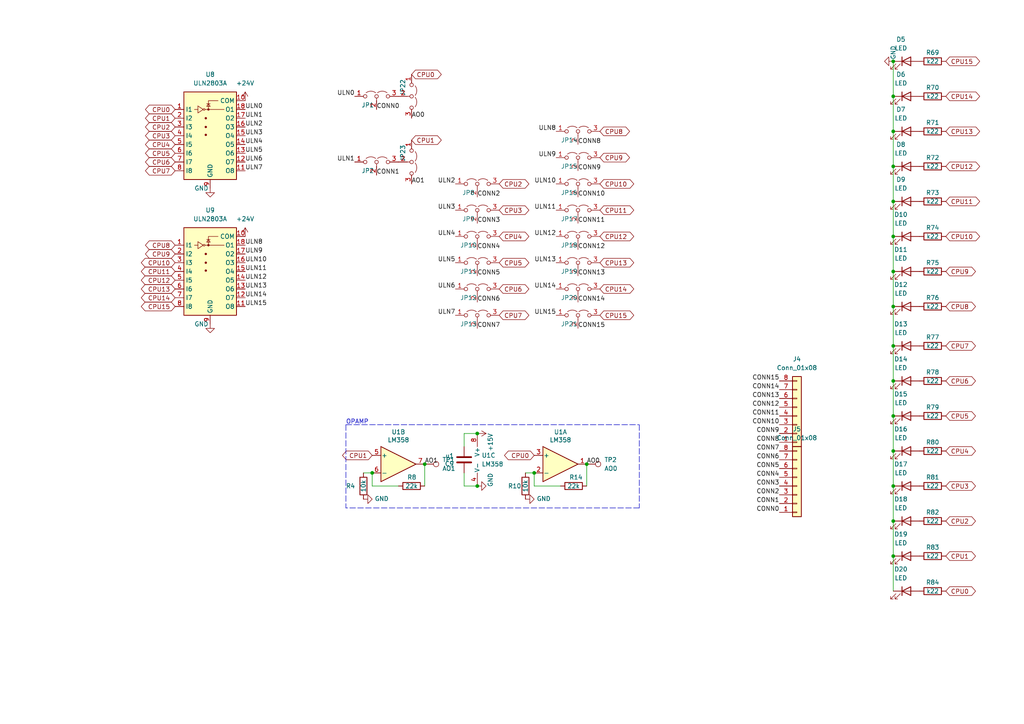
<source format=kicad_sch>
(kicad_sch (version 20211123) (generator eeschema)
  (paper "A4")
  (lib_symbols
    (symbol "Amplifier_Operational:LM358" (pin_names (offset 0.127))
      (property "Reference" "U" (at 0 5.08 0))
      (property "Value" "LM358" (at 0 -5.08 0))
      (symbol "LM358_1_1"
        (polyline (pts (xy -5.08 5.08) (xy 5.08 0) (xy -5.08 -5.08) (xy -5.08 5.08)) (stroke (width 0.254)) (fill (type background)))
        (pin output line (at 7.62 0 180) (length 2.54) (name "~") (number "1"))
        (pin input line (at -7.62 -2.54 0) (length 2.54) (name "-") (number "2"))
        (pin input line (at -7.62 2.54 0) (length 2.54) (name "+") (number "3"))
      )
      (symbol "LM358_2_1"
        (polyline (pts (xy -5.08 5.08) (xy 5.08 0) (xy -5.08 -5.08) (xy -5.08 5.08)) (stroke (width 0.254)) (fill (type background)))
        (pin input line (at -7.62 2.54 0) (length 2.54) (name "+") (number "5"))
        (pin input line (at -7.62 -2.54 0) (length 2.54) (name "-") (number "6"))
        (pin output line (at 7.62 0 180) (length 2.54) (name "~") (number "7"))
      )
      (symbol "LM358_3_1"
        (pin power_in line (at -2.54 -7.62 90) (length 3.81) (name "V-") (number "4"))
        (pin power_in line (at -2.54 7.62 270) (length 3.81) (name "V+") (number "8"))
      )
    )
    (symbol "Connector:TestPoint" (pin_numbers hide) (pin_names (offset 0.762) hide)
      (property "Reference" "TP" (at 0 6.858 0))
      (property "Value" "TestPoint" (at 0 5.08 0))
      (symbol "TestPoint_0_1"
        (circle (center 0 3.302) (radius 0.762))
      )
      (symbol "TestPoint_1_1"
        (pin passive line (at 0 0 90) (length 2.54) (name "1") (number "1"))
      )
    )
    (symbol "Connector_Generic:Conn_01x08" (pin_names (offset 1.016) hide)
      (property "Reference" "J" (at 0 10.16 0))
      (property "Value" "Conn_01x08" (at 0 -12.7 0))
      (symbol "Conn_01x08_1_1"
        (rectangle (start -1.27 -10.033) (end 0 -10.287) (stroke (width 0.1524)))
        (rectangle (start -1.27 -7.493) (end 0 -7.747) (stroke (width 0.1524)))
        (rectangle (start -1.27 -4.953) (end 0 -5.207) (stroke (width 0.1524)))
        (rectangle (start -1.27 -2.413) (end 0 -2.667) (stroke (width 0.1524)))
        (rectangle (start -1.27 0.127) (end 0 -0.127) (stroke (width 0.1524)))
        (rectangle (start -1.27 2.667) (end 0 2.413) (stroke (width 0.1524)))
        (rectangle (start -1.27 5.207) (end 0 4.953) (stroke (width 0.1524)))
        (rectangle (start -1.27 7.747) (end 0 7.493) (stroke (width 0.1524)))
        (rectangle (start -1.27 8.89) (end 1.27 -11.43) (stroke (width 0.254)) (fill (type background)))
        (pin passive line (at -5.08 7.62 0) (length 3.81) (name "Pin_1") (number "1"))
        (pin passive line (at -5.08 5.08 0) (length 3.81) (name "Pin_2") (number "2"))
        (pin passive line (at -5.08 2.54 0) (length 3.81) (name "Pin_3") (number "3"))
        (pin passive line (at -5.08 0 0) (length 3.81) (name "Pin_4") (number "4"))
        (pin passive line (at -5.08 -2.54 0) (length 3.81) (name "Pin_5") (number "5"))
        (pin passive line (at -5.08 -5.08 0) (length 3.81) (name "Pin_6") (number "6"))
        (pin passive line (at -5.08 -7.62 0) (length 3.81) (name "Pin_7") (number "7"))
        (pin passive line (at -5.08 -10.16 0) (length 3.81) (name "Pin_8") (number "8"))
      )
    )
    (symbol "Device:C" (pin_numbers hide) (pin_names (offset 0.254))
      (property "Reference" "C" (at 0.635 2.54 0))
      (property "Value" "C" (at 0.635 -2.54 0))
      (symbol "C_0_1"
        (polyline (pts (xy -2.032 -0.762) (xy 2.032 -0.762)) (stroke (width 0.508)))
        (polyline (pts (xy -2.032 0.762) (xy 2.032 0.762)) (stroke (width 0.508)))
      )
      (symbol "C_1_1"
        (pin passive line (at 0 3.81 270) (length 2.794) (name "~") (number "1"))
        (pin passive line (at 0 -3.81 90) (length 2.794) (name "~") (number "2"))
      )
    )
    (symbol "Device:LED" (pin_numbers hide) (pin_names (offset 1.016) hide)
      (property "Reference" "D" (at 0 2.54 0))
      (property "Value" "LED" (at 0 -2.54 0))
      (symbol "LED_0_1"
        (polyline (pts (xy -1.27 -1.27) (xy -1.27 1.27)) (stroke (width 0.254)))
        (polyline (pts (xy -1.27 0) (xy 1.27 0)))
        (polyline (pts (xy 1.27 -1.27) (xy 1.27 1.27) (xy -1.27 0) (xy 1.27 -1.27)) (stroke (width 0.254)))
        (polyline (pts (xy -3.048 -0.762) (xy -4.572 -2.286) (xy -3.81 -2.286) (xy -4.572 -2.286) (xy -4.572 -1.524)))
        (polyline (pts (xy -1.778 -0.762) (xy -3.302 -2.286) (xy -2.54 -2.286) (xy -3.302 -2.286) (xy -3.302 -1.524)))
      )
      (symbol "LED_1_1"
        (pin passive line (at -3.81 0 0) (length 2.54) (name "K") (number "1"))
        (pin passive line (at 3.81 0 180) (length 2.54) (name "A") (number "2"))
      )
    )
    (symbol "Device:R" (pin_numbers hide) (pin_names (offset 0))
      (property "Reference" "R" (at 2.032 0 90))
      (property "Value" "R" (at 0 0 90))
      (symbol "R_0_1"
        (rectangle (start -1.016 -2.54) (end 1.016 2.54) (stroke (width 0.254)))
      )
      (symbol "R_1_1"
        (pin passive line (at 0 3.81 270) (length 1.27) (name "~") (number "1"))
        (pin passive line (at 0 -3.81 90) (length 1.27) (name "~") (number "2"))
      )
    )
    (symbol "Jumper:Jumper_3_Open" (pin_names (offset 0) hide)
      (property "Reference" "JP" (at -2.54 -2.54 0))
      (property "Value" "Jumper_3_Open" (at 0 2.794 0))
      (symbol "Jumper_3_Open_0_0"
        (circle (center -3.302 0) (radius 0.508))
        (circle (center 0 0) (radius 0.508))
        (circle (center 3.302 0) (radius 0.508))
      )
      (symbol "Jumper_3_Open_0_1"
        (arc (start -0.254 1.016) (mid -1.651 1.4992) (end -3.048 1.016))
        (polyline (pts (xy 0 -0.508) (xy 0 -1.27)))
        (arc (start 3.048 1.016) (mid 1.651 1.4992) (end 0.254 1.016))
      )
      (symbol "Jumper_3_Open_1_1"
        (pin passive line (at -6.35 0 0) (length 2.54) (name "A") (number "1"))
        (pin passive line (at 0 -3.81 90) (length 2.54) (name "C") (number "2"))
        (pin passive line (at 6.35 0 180) (length 2.54) (name "B") (number "3"))
      )
    )
    (symbol "Transistor_Array:ULN2803A"
      (property "Reference" "U" (at 0 13.335 0))
      (property "Value" "ULN2803A" (at 0 11.43 0))
      (symbol "ULN2803A_0_1"
        (rectangle (start -7.62 -15.24) (end 7.62 10.16) (stroke (width 0.254)) (fill (type background)))
        (circle (center -1.778 5.08) (radius 0.254))
        (circle (center -1.27 -2.286) (radius 0.254) (fill (type outline)))
        (circle (center -1.27 0) (radius 0.254) (fill (type outline)))
        (circle (center -1.27 2.54) (radius 0.254) (fill (type outline)))
        (circle (center -0.508 5.08) (radius 0.254) (fill (type outline)))
        (polyline (pts (xy -4.572 5.08) (xy -3.556 5.08)))
        (polyline (pts (xy -1.524 5.08) (xy 4.064 5.08)))
        (polyline (pts (xy 0 6.731) (xy -1.016 6.731)))
        (polyline (pts (xy -0.508 5.08) (xy -0.508 7.62) (xy 2.286 7.62)))
        (polyline (pts (xy -3.556 6.096) (xy -3.556 4.064) (xy -2.032 5.08) (xy -3.556 6.096)))
        (polyline (pts (xy 0 5.969) (xy -1.016 5.969) (xy -0.508 6.731) (xy 0 5.969)))
      )
      (symbol "ULN2803A_1_1"
        (pin input line (at -10.16 5.08 0) (length 2.54) (name "I1") (number "1"))
        (pin passive line (at 10.16 7.62 180) (length 2.54) (name "COM") (number "10"))
        (pin open_collector line (at 10.16 -12.7 180) (length 2.54) (name "O8") (number "11"))
        (pin open_collector line (at 10.16 -10.16 180) (length 2.54) (name "O7") (number "12"))
        (pin open_collector line (at 10.16 -7.62 180) (length 2.54) (name "O6") (number "13"))
        (pin open_collector line (at 10.16 -5.08 180) (length 2.54) (name "O5") (number "14"))
        (pin open_collector line (at 10.16 -2.54 180) (length 2.54) (name "O4") (number "15"))
        (pin open_collector line (at 10.16 0 180) (length 2.54) (name "O3") (number "16"))
        (pin open_collector line (at 10.16 2.54 180) (length 2.54) (name "O2") (number "17"))
        (pin open_collector line (at 10.16 5.08 180) (length 2.54) (name "O1") (number "18"))
        (pin input line (at -10.16 2.54 0) (length 2.54) (name "I2") (number "2"))
        (pin input line (at -10.16 0 0) (length 2.54) (name "I3") (number "3"))
        (pin input line (at -10.16 -2.54 0) (length 2.54) (name "I4") (number "4"))
        (pin input line (at -10.16 -5.08 0) (length 2.54) (name "I5") (number "5"))
        (pin input line (at -10.16 -7.62 0) (length 2.54) (name "I6") (number "6"))
        (pin input line (at -10.16 -10.16 0) (length 2.54) (name "I7") (number "7"))
        (pin input line (at -10.16 -12.7 0) (length 2.54) (name "I8") (number "8"))
        (pin power_in line (at 0 -17.78 90) (length 2.54) (name "GND") (number "9"))
      )
    )
    (symbol "power:+15V" (power) (pin_names (offset 0))
      (property "Value" "+15V" (at 0 3.556 0))
      (symbol "+15V_0_1"
        (polyline (pts (xy -0.762 1.27) (xy 0 2.54)))
        (polyline (pts (xy 0 0) (xy 0 2.54)))
        (polyline (pts (xy 0 2.54) (xy 0.762 1.27)))
      )
      (symbol "+15V_1_1"
        (pin power_in line (at 0 0 90) (length 0) hide (name "+15V") (number "1"))
      )
    )
    (symbol "power:+24V" (power) (pin_names (offset 0))
      (property "Value" "+24V" (at 0 3.556 0))
      (symbol "+24V_0_1"
        (polyline (pts (xy -0.762 1.27) (xy 0 2.54)))
        (polyline (pts (xy 0 0) (xy 0 2.54)))
        (polyline (pts (xy 0 2.54) (xy 0.762 1.27)))
      )
      (symbol "+24V_1_1"
        (pin power_in line (at 0 0 90) (length 0) hide (name "+24V") (number "1"))
      )
    )
    (symbol "power:GND" (power) (pin_names (offset 0))
      (property "Value" "GND" (at 0 -3.81 0))
      (symbol "GND_0_1"
        (polyline (pts (xy 0 0) (xy 0 -1.27) (xy 1.27 -1.27) (xy 0 -2.54) (xy -1.27 -1.27) (xy 0 -1.27)))
      )
      (symbol "GND_1_1"
        (pin power_in line (at 0 0 270) (length 0) hide (name "GND") (number "1"))
      )
    )
  )
  (junction (at 259.08 100.33))
  (junction (at 123.19 134.62))
  (junction (at 138.43 140.97))
  (junction (at 259.08 120.65))
  (junction (at 259.08 17.78))
  (junction (at 107.95 137.16))
  (junction (at 259.08 38.1))
  (junction (at 259.08 48.26))
  (junction (at 138.43 125.73))
  (junction (at 170.18 134.62))
  (junction (at 259.08 130.81))
  (junction (at 259.08 78.74))
  (junction (at 259.08 27.94))
  (junction (at 259.08 140.97))
  (junction (at 259.08 110.49))
  (junction (at 259.08 68.58))
  (junction (at 259.08 88.9))
  (junction (at 259.08 161.29))
  (junction (at 259.08 151.13))
  (junction (at 154.94 137.16))
  (junction (at 259.08 58.42))
  (wire (pts (xy 259.08 17.78) (xy 259.08 27.94)))
  (polyline (pts (xy 185.42 147.32) (xy 100.33 147.32)))
  (wire (pts (xy 162.56 140.97) (xy 154.94 140.97)))
  (wire (pts (xy 259.08 161.29) (xy 259.08 171.45)))
  (polyline (pts (xy 100.33 123.19) (xy 185.42 123.19)))
  (wire (pts (xy 134.62 137.16) (xy 134.62 140.97)))
  (wire (pts (xy 123.19 134.62) (xy 123.19 140.97)))
  (polyline (pts (xy 185.42 123.19) (xy 185.42 147.32)))
  (wire (pts (xy 170.18 134.62) (xy 170.18 140.97)))
  (polyline (pts (xy 100.33 123.19) (xy 100.33 147.32)))
  (wire (pts (xy 152.4 137.16) (xy 154.94 137.16)))
  (wire (pts (xy 259.08 120.65) (xy 259.08 130.81)))
  (wire (pts (xy 259.08 58.42) (xy 259.08 68.58)))
  (wire (pts (xy 134.62 125.73) (xy 138.43 125.73)))
  (wire (pts (xy 107.95 137.16) (xy 105.41 137.16)))
  (wire (pts (xy 259.08 27.94) (xy 259.08 38.1)))
  (wire (pts (xy 259.08 130.81) (xy 259.08 140.97)))
  (wire (pts (xy 259.08 88.9) (xy 259.08 100.33)))
  (wire (pts (xy 259.08 48.26) (xy 259.08 58.42)))
  (wire (pts (xy 259.08 78.74) (xy 259.08 88.9)))
  (wire (pts (xy 115.57 140.97) (xy 107.95 140.97)))
  (wire (pts (xy 259.08 68.58) (xy 259.08 78.74)))
  (wire (pts (xy 259.08 140.97) (xy 259.08 151.13)))
  (wire (pts (xy 107.95 140.97) (xy 107.95 137.16)))
  (wire (pts (xy 134.62 140.97) (xy 138.43 140.97)))
  (wire (pts (xy 134.62 129.54) (xy 134.62 125.73)))
  (wire (pts (xy 259.08 110.49) (xy 259.08 120.65)))
  (wire (pts (xy 259.08 38.1) (xy 259.08 48.26)))
  (wire (pts (xy 154.94 140.97) (xy 154.94 137.16)))
  (wire (pts (xy 259.08 100.33) (xy 259.08 110.49)))
  (wire (pts (xy 259.08 151.13) (xy 259.08 161.29)))
  (text "OPAMP" (at 100.33 123.19 0) (effects (font (size 1.27 1.27)) (justify left bottom)))
  (label "CONN12" (at 226.06 118.11 180))
  (label "AO1" (at 119.38 53.34 0))
  (label "CONN12" (at 167.64 72.39 0))
  (label "CONN9" (at 167.64 49.53 0))
  (label "CONN11" (at 167.64 64.77 0))
  (label "ULN1" (at 71.12 34.29 0))
  (label "CONN5" (at 138.43 80.01 0))
  (label "ULN0" (at 71.12 31.75 0))
  (label "CONN10" (at 167.64 57.15 0))
  (label "ULN2" (at 71.12 36.83 0))
  (label "ULN8" (at 71.12 71.12 0))
  (label "AO0" (at 119.38 34.29 0))
  (label "CONN5" (at 226.06 135.89 180))
  (label "CONN3" (at 226.06 140.97 180))
  (label "AO1" (at 123.19 134.62 0))
  (label "ULN10" (at 161.29 53.34 180))
  (label "AO0" (at 170.18 134.62 0))
  (label "ULN15" (at 161.29 91.44 180))
  (label "ULN8" (at 161.29 38.1 180))
  (label "CONN14" (at 226.06 113.03 180))
  (label "CONN0" (at 109.22 31.75 0))
  (label "CONN7" (at 138.43 95.25 0))
  (label "ULN9" (at 71.12 73.66 0))
  (label "CONN1" (at 109.22 50.8 0))
  (label "ULN4" (at 132.08 68.58 180))
  (label "ULN9" (at 161.29 45.72 180))
  (label "CONN2" (at 226.06 143.51 180))
  (label "CONN6" (at 226.06 133.35 180))
  (label "CONN8" (at 226.06 128.27 180))
  (label "ULN5" (at 71.12 44.45 0))
  (label "CONN4" (at 138.43 72.39 0))
  (label "CONN11" (at 226.06 120.65 180))
  (label "ULN12" (at 71.12 81.28 0))
  (label "CONN15" (at 167.64 95.25 0))
  (label "ULN5" (at 132.08 76.2 180))
  (label "ULN6" (at 71.12 46.99 0))
  (label "ULN13" (at 161.29 76.2 180))
  (label "ULN14" (at 71.12 86.36 0))
  (label "CONN2" (at 138.43 57.15 0))
  (label "CONN8" (at 167.64 41.91 0))
  (label "CONN14" (at 167.64 87.63 0))
  (label "ULN6" (at 132.08 83.82 180))
  (label "ULN14" (at 161.29 83.82 180))
  (label "CONN1" (at 226.06 146.05 180))
  (label "ULN7" (at 132.08 91.44 180))
  (label "CONN6" (at 138.43 87.63 0))
  (label "CONN13" (at 226.06 115.57 180))
  (label "CPU3" (at 89.535 214.63 180))
  (label "CONN10" (at 226.06 123.19 180))
  (label "ULN1" (at 102.87 46.99 180))
  (label "CONN4" (at 226.06 138.43 180))
  (label "CPU4" (at 89.535 219.71 180))
  (label "ULN3" (at 132.08 60.96 180))
  (label "CONN3" (at 138.43 64.77 0))
  (label "CONN0" (at 226.06 148.59 180))
  (label "ULN11" (at 161.29 60.96 180))
  (label "ULN15" (at 71.12 88.9 0))
  (label "CONN13" (at 167.64 80.01 0))
  (label "ULN10" (at 71.12 76.2 0))
  (label "ULN13" (at 71.12 83.82 0))
  (label "ULN4" (at 71.12 41.91 0))
  (label "ULN3" (at 71.12 39.37 0))
  (label "CONN15" (at 226.06 110.49 180))
  (label "ULN12" (at 161.29 68.58 180))
  (label "ULN11" (at 71.12 78.74 0))
  (label "CONN7" (at 226.06 130.81 180))
  (label "ULN2" (at 132.08 53.34 180))
  (label "ULN7" (at 71.12 49.53 0))
  (label "ULN0" (at 102.87 27.94 180))
  (label "CONN9" (at 226.06 125.73 180))
  (global_label "CPU5" (shape bidirectional) (at 274.32 120.65 0) (property "Intersheet References" "${INTERSHEET_REFS}" (effects hide)))
  (global_label "CPU6" (shape bidirectional) (at 144.78 83.82 0) (property "Intersheet References" "${INTERSHEET_REFS}" (effects hide)))
  (global_label "CPU13" (shape bidirectional) (at 50.8 83.82 180) (property "Intersheet References" "${INTERSHEET_REFS}" (effects hide)))
  (global_label "CPU3" (shape bidirectional) (at 274.32 140.97 0) (property "Intersheet References" "${INTERSHEET_REFS}" (effects hide)))
  (global_label "CPU8" (shape bidirectional) (at 173.99 38.1 0) (property "Intersheet References" "${INTERSHEET_REFS}" (effects hide)))
  (global_label "CPU4" (shape bidirectional) (at 144.78 68.58 0) (property "Intersheet References" "${INTERSHEET_REFS}" (effects hide)))
  (global_label "CPU13" (shape bidirectional) (at 173.99 76.2 0) (property "Intersheet References" "${INTERSHEET_REFS}" (effects hide)))
  (global_label "CPU9" (shape bidirectional) (at 274.32 78.74 0) (property "Intersheet References" "${INTERSHEET_REFS}" (effects hide)))
  (global_label "CPU1" (shape bidirectional) (at 107.95 132.08 180) (property "Intersheet References" "${INTERSHEET_REFS}" (effects hide)))
  (global_label "CPU0" (shape bidirectional) (at 154.94 132.08 180) (property "Intersheet References" "${INTERSHEET_REFS}" (effects hide)))
  (global_label "CPU5" (shape bidirectional) (at 144.78 76.2 0) (property "Intersheet References" "${INTERSHEET_REFS}" (effects hide)))
  (global_label "CPU1" (shape bidirectional) (at 119.38 40.64 0) (property "Intersheet References" "${INTERSHEET_REFS}" (effects hide)))
  (global_label "CPU3" (shape bidirectional) (at 144.78 60.96 0) (property "Intersheet References" "${INTERSHEET_REFS}" (effects hide)))
  (global_label "CPU10" (shape bidirectional) (at 50.8 76.2 180) (property "Intersheet References" "${INTERSHEET_REFS}" (effects hide)))
  (global_label "CPU14" (shape bidirectional) (at 173.99 83.82 0) (property "Intersheet References" "${INTERSHEET_REFS}" (effects hide)))
  (global_label "CPU9" (shape bidirectional) (at 173.99 45.72 0) (property "Intersheet References" "${INTERSHEET_REFS}" (effects hide)))
  (global_label "CPU15" (shape bidirectional) (at 50.8 88.9 180) (property "Intersheet References" "${INTERSHEET_REFS}" (effects hide)))
  (global_label "CPU11" (shape bidirectional) (at 173.99 60.96 0) (property "Intersheet References" "${INTERSHEET_REFS}" (effects hide)))
  (global_label "CPU6" (shape bidirectional) (at 274.32 110.49 0) (property "Intersheet References" "${INTERSHEET_REFS}" (effects hide)))
  (global_label "CPU9" (shape bidirectional) (at 50.8 73.66 180) (property "Intersheet References" "${INTERSHEET_REFS}" (effects hide)))
  (global_label "CPU7" (shape bidirectional) (at 274.32 100.33 0) (property "Intersheet References" "${INTERSHEET_REFS}" (effects hide)))
  (global_label "CPU7" (shape bidirectional) (at 50.8 49.53 180) (property "Intersheet References" "${INTERSHEET_REFS}" (effects hide)))
  (global_label "CPU0" (shape bidirectional) (at 274.32 171.45 0) (property "Intersheet References" "${INTERSHEET_REFS}" (effects hide)))
  (global_label "CPU10" (shape bidirectional) (at 173.99 53.34 0) (property "Intersheet References" "${INTERSHEET_REFS}" (effects hide)))
  (global_label "CPU12" (shape bidirectional) (at 274.32 48.26 0) (property "Intersheet References" "${INTERSHEET_REFS}" (effects hide)))
  (global_label "CPU8" (shape bidirectional) (at 50.8 71.12 180) (property "Intersheet References" "${INTERSHEET_REFS}" (effects hide)))
  (global_label "CPU0" (shape bidirectional) (at 119.38 21.59 0) (property "Intersheet References" "${INTERSHEET_REFS}" (effects hide)))
  (global_label "CPU11" (shape bidirectional) (at 50.8 78.74 180) (property "Intersheet References" "${INTERSHEET_REFS}" (effects hide)))
  (global_label "CPU2" (shape bidirectional) (at 50.8 36.83 180) (property "Intersheet References" "${INTERSHEET_REFS}" (effects hide)))
  (global_label "CPU8" (shape bidirectional) (at 274.32 88.9 0) (property "Intersheet References" "${INTERSHEET_REFS}" (effects hide)))
  (global_label "CPU11" (shape bidirectional) (at 274.32 58.42 0) (property "Intersheet References" "${INTERSHEET_REFS}" (effects hide)))
  (global_label "CPU4" (shape bidirectional) (at 50.8 41.91 180) (property "Intersheet References" "${INTERSHEET_REFS}" (effects hide)))
  (global_label "CPU5" (shape bidirectional) (at 50.8 44.45 180) (property "Intersheet References" "${INTERSHEET_REFS}" (effects hide)))
  (global_label "CPU3" (shape bidirectional) (at 50.8 39.37 180) (property "Intersheet References" "${INTERSHEET_REFS}" (effects hide)))
  (global_label "CPU0" (shape bidirectional) (at 50.8 31.75 180) (property "Intersheet References" "${INTERSHEET_REFS}" (effects hide)))
  (global_label "CPU15" (shape bidirectional) (at 274.32 17.78 0) (property "Intersheet References" "${INTERSHEET_REFS}" (effects hide)))
  (global_label "CPU1" (shape bidirectional) (at 274.32 161.29 0) (property "Intersheet References" "${INTERSHEET_REFS}" (effects hide)))
  (global_label "CPU1" (shape bidirectional) (at 50.8 34.29 180) (property "Intersheet References" "${INTERSHEET_REFS}" (effects hide)))
  (global_label "CPU14" (shape bidirectional) (at 50.8 86.36 180) (property "Intersheet References" "${INTERSHEET_REFS}" (effects hide)))
  (global_label "CPU6" (shape bidirectional) (at 50.8 46.99 180) (property "Intersheet References" "${INTERSHEET_REFS}" (effects hide)))
  (global_label "CPU4" (shape bidirectional) (at 274.32 130.81 0) (property "Intersheet References" "${INTERSHEET_REFS}" (effects hide)))
  (global_label "CPU14" (shape bidirectional) (at 274.32 27.94 0) (property "Intersheet References" "${INTERSHEET_REFS}" (effects hide)))
  (global_label "CPU15" (shape bidirectional) (at 173.99 91.44 0) (property "Intersheet References" "${INTERSHEET_REFS}" (effects hide)))
  (global_label "CPU12" (shape bidirectional) (at 173.99 68.58 0) (property "Intersheet References" "${INTERSHEET_REFS}" (effects hide)))
  (global_label "CPU10" (shape bidirectional) (at 274.32 68.58 0) (property "Intersheet References" "${INTERSHEET_REFS}" (effects hide)))
  (global_label "CPU2" (shape bidirectional) (at 144.78 53.34 0) (property "Intersheet References" "${INTERSHEET_REFS}" (effects hide)))
  (global_label "CPU12" (shape bidirectional) (at 50.8 81.28 180) (property "Intersheet References" "${INTERSHEET_REFS}" (effects hide)))
  (global_label "CPU2" (shape bidirectional) (at 274.32 151.13 0) (property "Intersheet References" "${INTERSHEET_REFS}" (effects hide)))
  (global_label "CPU7" (shape bidirectional) (at 144.78 91.44 0) (property "Intersheet References" "${INTERSHEET_REFS}" (effects hide)))
  (global_label "CPU13" (shape bidirectional) (at 274.32 38.1 0) (property "Intersheet References" "${INTERSHEET_REFS}" (effects hide)))
  (symbol (lib_id "power:+24V") (at 71.12 29.21 0) (unit 1)
    (property "Reference" "#PWR0160" (effects hide))
    (property "Value" "+24V" (at 71.12 24.13 0))
  )
  (symbol (lib_id "Device:LED") (at 262.89 48.26 0) (unit 1)
    (property "Reference" "D8" (at 261.3025 41.91 0))
    (property "Value" "LED" (at 261.3025 44.45 0))
    (property "Footprint" "liebler_OPTO:LED_1606" (effects hide))
  )
  (symbol (lib_id "Transistor_Array:ULN2803A") (at 60.96 36.83 0) (unit 1)
    (property "Reference" "U8" (at 60.96 21.59 0))
    (property "Value" "ULN2803A" (at 60.96 24.13 0))
    (property "Footprint" "Package_SO:SOIC-18W_7.5x11.6mm_P1.27mm" (effects hide))
    (property "Datasheet" "http://www.ti.com/lit/ds/symlink/uln2803a.pdf" (effects hide))
  )
  (symbol (lib_id "Device:LED") (at 262.89 151.13 0) (unit 1)
    (property "Reference" "D18" (at 261.3025 144.78 0))
    (property "Value" "LED" (at 261.3025 147.32 0))
    (property "Footprint" "liebler_OPTO:LED_1606" (effects hide))
  )
  (symbol (lib_id "power:GND") (at 259.08 17.78 270) (unit 1)
    (property "Reference" "#PWR03" (effects hide))
    (property "Value" "GND" (at 259.08 15.24 0))
  )
  (symbol (lib_id "Connector_Generic:Conn_01x08") (at 231.14 120.65 0) (mirror x) (unit 1)
    (property "Reference" "J4" (at 231.14 104.14 0))
    (property "Value" "Conn_01x08" (at 231.14 106.68 0))
    (property "Footprint" "liebler_CONN:KF141R-8p" (effects hide))
  )
  (symbol (lib_id "Device:R") (at 270.51 48.26 270) (unit 1)
    (property "Reference" "R72" (at 270.51 45.72 90))
    (property "Value" "k22" (at 270.51 48.26 90))
    (property "Footprint" "Resistor_SMD:R_0402_1005Metric" (effects hide))
  )
  (symbol (lib_id "Device:R") (at 270.51 140.97 270) (unit 1)
    (property "Reference" "R81" (at 270.51 138.43 90))
    (property "Value" "k22" (at 270.51 140.97 90))
    (property "Footprint" "Resistor_SMD:R_0402_1005Metric" (effects hide))
  )
  (symbol (lib_id "Transistor_Array:ULN2803A") (at 60.96 76.2 0) (unit 1)
    (property "Reference" "U9" (at 60.96 60.96 0))
    (property "Value" "ULN2803A" (at 60.96 63.5 0))
    (property "Footprint" "Package_SO:SOIC-18W_7.5x11.6mm_P1.27mm" (effects hide))
    (property "Datasheet" "http://www.ti.com/lit/ds/symlink/uln2803a.pdf" (effects hide))
  )
  (symbol (lib_id "Device:LED") (at 262.89 88.9 0) (unit 1)
    (property "Reference" "D12" (at 261.3025 82.55 0))
    (property "Value" "LED" (at 261.3025 85.09 0))
    (property "Footprint" "liebler_OPTO:LED_1606" (effects hide))
  )
  (symbol (lib_id "Device:R") (at 119.38 140.97 270) (unit 1)
    (property "Reference" "R8" (at 118.11 138.43 90) (effects (justify left)))
    (property "Value" "22k" (at 119.38 140.97 90))
    (property "Footprint" "Resistor_SMD:R_0402_1005Metric" (effects hide))
  )
  (symbol (lib_id "power:+24V") (at 71.12 68.58 0) (unit 1)
    (property "Reference" "#PWR0161" (effects hide))
    (property "Value" "+24V" (at 71.12 63.5 0))
  )
  (symbol (lib_id "Jumper:Jumper_3_Open") (at 138.43 53.34 0) (unit 1)
    (property "Reference" "JP8" (at 135.89 55.88 0))
    (property "Value" "ULN_CPU" (effects hide))
    (property "Footprint" "Jumper:SolderJumper-3_P1.3mm_Open_RoundedPad1.0x1.5mm" (effects hide))
  )
  (symbol (lib_id "Device:R") (at 270.51 120.65 270) (unit 1)
    (property "Reference" "R79" (at 270.51 118.11 90))
    (property "Value" "k22" (at 270.51 120.65 90))
    (property "Footprint" "Resistor_SMD:R_0402_1005Metric" (effects hide))
  )
  (symbol (lib_id "Device:R") (at 270.51 38.1 270) (unit 1)
    (property "Reference" "R71" (at 270.51 35.56 90))
    (property "Value" "k22" (at 270.51 38.1 90))
    (property "Footprint" "Resistor_SMD:R_0402_1005Metric" (effects hide))
  )
  (symbol (lib_id "Jumper:Jumper_3_Open") (at 138.43 91.44 0) (unit 1)
    (property "Reference" "JP13" (at 135.89 93.98 0))
    (property "Value" "ULN_CPU" (effects hide))
    (property "Footprint" "Jumper:SolderJumper-3_P1.3mm_Open_RoundedPad1.0x1.5mm" (effects hide))
  )
  (symbol (lib_id "Device:C") (at 134.62 133.35 180) (unit 1)
    (property "Reference" "C9" (at 131.699 134.5184 0) (effects (justify left)))
    (property "Value" "u1" (at 131.699 132.207 0) (effects (justify left)))
    (property "Footprint" "Capacitor_SMD:C_0402_1005Metric" (effects hide))
  )
  (symbol (lib_id "Connector:TestPoint") (at 170.18 134.62 270) (unit 1)
    (property "Reference" "TP2" (at 175.26 133.3499 90) (effects (justify left)))
    (property "Value" "AO0" (at 175.26 135.8899 90) (effects (justify left)))
    (property "Footprint" "TestPoint:TestPoint_Pad_2.0x2.0mm" (effects hide))
  )
  (symbol (lib_id "Device:LED") (at 262.89 161.29 0) (unit 1)
    (property "Reference" "D19" (at 261.3025 154.94 0))
    (property "Value" "LED" (at 261.3025 157.48 0))
    (property "Footprint" "liebler_OPTO:LED_1606" (effects hide))
  )
  (symbol (lib_id "Jumper:Jumper_3_Open") (at 167.64 83.82 0) (unit 1)
    (property "Reference" "JP20" (at 165.1 86.36 0))
    (property "Value" "ULN_CPU" (effects hide))
    (property "Footprint" "Jumper:SolderJumper-3_P1.3mm_Open_RoundedPad1.0x1.5mm" (effects hide))
  )
  (symbol (lib_id "Device:LED") (at 262.89 68.58 0) (unit 1)
    (property "Reference" "D10" (at 261.3025 62.23 0))
    (property "Value" "LED" (at 261.3025 64.77 0))
    (property "Footprint" "liebler_OPTO:LED_1606" (effects hide))
  )
  (symbol (lib_id "Device:LED") (at 262.89 171.45 0) (unit 1)
    (property "Reference" "D20" (at 261.3025 165.1 0))
    (property "Value" "LED" (at 261.3025 167.64 0))
    (property "Footprint" "liebler_OPTO:LED_1606" (effects hide))
  )
  (symbol (lib_id "Device:LED") (at 262.89 78.74 0) (unit 1)
    (property "Reference" "D11" (at 261.3025 72.39 0))
    (property "Value" "LED" (at 261.3025 74.93 0))
    (property "Footprint" "liebler_OPTO:LED_1606" (effects hide))
  )
  (symbol (lib_id "Jumper:Jumper_3_Open") (at 167.64 60.96 0) (unit 1)
    (property "Reference" "JP17" (at 165.1 63.5 0))
    (property "Value" "ULN_CPU" (effects hide))
    (property "Footprint" "Jumper:SolderJumper-3_P1.3mm_Open_RoundedPad1.0x1.5mm" (effects hide))
  )
  (symbol (lib_id "Jumper:Jumper_3_Open") (at 138.43 68.58 0) (unit 1)
    (property "Reference" "JP10" (at 135.89 71.12 0))
    (property "Value" "ULN_CPU" (effects hide))
    (property "Footprint" "Jumper:SolderJumper-3_P1.3mm_Open_RoundedPad1.0x1.5mm" (effects hide))
  )
  (symbol (lib_id "Jumper:Jumper_3_Open") (at 138.43 60.96 0) (unit 1)
    (property "Reference" "JP9" (at 135.89 63.5 0))
    (property "Value" "ULN_CPU" (effects hide))
    (property "Footprint" "Jumper:SolderJumper-3_P1.3mm_Open_RoundedPad1.0x1.5mm" (effects hide))
  )
  (symbol (lib_id "Device:LED") (at 262.89 130.81 0) (unit 1)
    (property "Reference" "D16" (at 261.3025 124.46 0))
    (property "Value" "LED" (at 261.3025 127 0))
    (property "Footprint" "liebler_OPTO:LED_1606" (effects hide))
  )
  (symbol (lib_id "Device:LED") (at 262.89 110.49 0) (unit 1)
    (property "Reference" "D14" (at 261.3025 104.14 0))
    (property "Value" "LED" (at 261.3025 106.68 0))
    (property "Footprint" "liebler_OPTO:LED_1606" (effects hide))
  )
  (symbol (lib_id "power:GND") (at 138.43 140.97 90) (unit 1)
    (property "Reference" "#PWR0108" (effects hide))
    (property "Value" "GND" (at 142.24 137.16 0) (effects (justify right)))
  )
  (symbol (lib_id "Jumper:Jumper_3_Open") (at 119.38 46.99 270) (unit 1)
    (property "Reference" "JP23" (at 116.84 44.45 0))
    (property "Value" "ULN_CPU" (effects hide))
    (property "Footprint" "Jumper:SolderJumper-3_P1.3mm_Open_RoundedPad1.0x1.5mm" (effects hide))
  )
  (symbol (lib_id "Jumper:Jumper_3_Open") (at 167.64 68.58 0) (unit 1)
    (property "Reference" "JP18" (at 165.1 71.12 0))
    (property "Value" "ULN_CPU" (effects hide))
    (property "Footprint" "Jumper:SolderJumper-3_P1.3mm_Open_RoundedPad1.0x1.5mm" (effects hide))
  )
  (symbol (lib_id "power:GND") (at 60.96 54.61 0) (unit 1)
    (property "Reference" "#PWR0192" (effects hide))
    (property "Value" "GND" (at 58.42 54.61 0))
  )
  (symbol (lib_id "Jumper:Jumper_3_Open") (at 119.38 27.94 270) (unit 1)
    (property "Reference" "JP22" (at 116.84 25.4 0))
    (property "Value" "ULN_CPU" (effects hide))
    (property "Footprint" "Jumper:SolderJumper-3_P1.3mm_Open_RoundedPad1.0x1.5mm" (effects hide))
  )
  (symbol (lib_id "Device:R") (at 270.51 161.29 270) (unit 1)
    (property "Reference" "R83" (at 270.51 158.75 90))
    (property "Value" "k22" (at 270.51 161.29 90))
    (property "Footprint" "Resistor_SMD:R_0402_1005Metric" (effects hide))
  )
  (symbol (lib_id "Device:R") (at 270.51 130.81 270) (unit 1)
    (property "Reference" "R80" (at 270.51 128.27 90))
    (property "Value" "k22" (at 270.51 130.81 90))
    (property "Footprint" "Resistor_SMD:R_0402_1005Metric" (effects hide))
  )
  (symbol (lib_id "Amplifier_Operational:LM358") (at 140.97 133.35 0) (unit 3)
    (property "Reference" "U1" (at 139.7 132.0799 0) (effects (justify left)))
    (property "Value" "LM358" (at 139.7 134.6199 0) (effects (justify left)))
    (property "Datasheet" "http://www.ti.com/lit/ds/symlink/lm2904-n.pdf" (effects hide))
  )
  (symbol (lib_id "Device:R") (at 270.51 171.45 270) (unit 1)
    (property "Reference" "R84" (at 270.51 168.91 90))
    (property "Value" "k22" (at 270.51 171.45 90))
    (property "Footprint" "Resistor_SMD:R_0402_1005Metric" (effects hide))
  )
  (symbol (lib_id "Amplifier_Operational:LM358") (at 115.57 134.62 0) (unit 2)
    (property "Reference" "U1" (at 115.57 125.2982 0))
    (property "Value" "LM358" (at 115.57 127.6096 0))
    (property "Footprint" "Package_SO:SOIC-8_3.9x4.9mm_P1.27mm" (effects hide))
    (property "Datasheet" "http://www.ti.com/lit/ds/symlink/lm2904-n.pdf" (effects hide))
  )
  (symbol (lib_id "Jumper:Jumper_3_Open") (at 109.22 27.94 0) (unit 1)
    (property "Reference" "JP1" (at 106.68 30.48 0))
    (property "Value" "ULN_CPU" (effects hide))
    (property "Footprint" "Jumper:SolderJumper-3_P1.3mm_Open_RoundedPad1.0x1.5mm" (effects hide))
  )
  (symbol (lib_id "Device:R") (at 166.37 140.97 270) (unit 1)
    (property "Reference" "R14" (at 165.1 138.43 90) (effects (justify left)))
    (property "Value" "22k" (at 166.37 140.97 90))
    (property "Footprint" "Resistor_SMD:R_0402_1005Metric" (effects hide))
  )
  (symbol (lib_id "Jumper:Jumper_3_Open") (at 138.43 76.2 0) (unit 1)
    (property "Reference" "JP11" (at 135.89 78.74 0))
    (property "Value" "ULN_CPU" (effects hide))
    (property "Footprint" "Jumper:SolderJumper-3_P1.3mm_Open_RoundedPad1.0x1.5mm" (effects hide))
  )
  (symbol (lib_id "Jumper:Jumper_3_Open") (at 167.64 45.72 0) (unit 1)
    (property "Reference" "JP15" (at 165.1 48.26 0))
    (property "Value" "ULN_CPU" (effects hide))
    (property "Footprint" "Jumper:SolderJumper-3_P1.3mm_Open_RoundedPad1.0x1.5mm" (effects hide))
  )
  (symbol (lib_id "Device:LED") (at 262.89 17.78 0) (unit 1)
    (property "Reference" "D5" (at 261.3025 11.43 0))
    (property "Value" "LED" (at 261.3025 13.97 0))
    (property "Footprint" "liebler_OPTO:LED_1606" (effects hide))
  )
  (symbol (lib_id "Jumper:Jumper_3_Open") (at 167.64 38.1 0) (unit 1)
    (property "Reference" "JP14" (at 165.1 40.64 0))
    (property "Value" "ULN_CPU" (effects hide))
    (property "Footprint" "Jumper:SolderJumper-3_P1.3mm_Open_RoundedPad1.0x1.5mm" (effects hide))
  )
  (symbol (lib_id "power:+15V") (at 138.43 125.73 270) (unit 1)
    (property "Reference" "#PWR0107" (effects hide))
    (property "Value" "+15V" (at 142.24 128.27 0))
  )
  (symbol (lib_id "Connector_Generic:Conn_01x08") (at 231.14 140.97 0) (mirror x) (unit 1)
    (property "Reference" "J5" (at 231.14 124.46 0))
    (property "Value" "Conn_01x08" (at 231.14 127 0))
    (property "Footprint" "liebler_CONN:KF141R-8p" (effects hide))
  )
  (symbol (lib_id "Device:LED") (at 262.89 27.94 0) (unit 1)
    (property "Reference" "D6" (at 261.3025 21.59 0))
    (property "Value" "LED" (at 261.3025 24.13 0))
    (property "Footprint" "liebler_OPTO:LED_1606" (effects hide))
  )
  (symbol (lib_id "Device:R") (at 270.51 17.78 270) (unit 1)
    (property "Reference" "R69" (at 270.51 15.24 90))
    (property "Value" "k22" (at 270.51 17.78 90))
    (property "Footprint" "Resistor_SMD:R_0402_1005Metric" (effects hide))
  )
  (symbol (lib_id "Device:LED") (at 262.89 120.65 0) (unit 1)
    (property "Reference" "D15" (at 261.3025 114.3 0))
    (property "Value" "LED" (at 261.3025 116.84 0))
    (property "Footprint" "liebler_OPTO:LED_1606" (effects hide))
  )
  (symbol (lib_id "Amplifier_Operational:LM358") (at 162.56 134.62 0) (unit 1)
    (property "Reference" "U1" (at 162.56 125.2982 0))
    (property "Value" "LM358" (at 162.56 127.6096 0))
    (property "Footprint" "Package_SO:SOIC-8_3.9x4.9mm_P1.27mm" (effects hide))
    (property "Datasheet" "http://www.ti.com/lit/ds/symlink/lm2904-n.pdf" (effects hide))
  )
  (symbol (lib_id "Device:R") (at 270.51 68.58 270) (unit 1)
    (property "Reference" "R74" (at 270.51 66.04 90))
    (property "Value" "k22" (at 270.51 68.58 90))
    (property "Footprint" "Resistor_SMD:R_0402_1005Metric" (effects hide))
  )
  (symbol (lib_id "power:GND") (at 105.41 144.78 90) (unit 1)
    (property "Reference" "#PWR0109" (effects hide))
    (property "Value" "GND" (at 108.6612 144.653 90) (effects (justify right)))
  )
  (symbol (lib_id "power:GND") (at 152.4 144.78 90) (unit 1)
    (property "Reference" "#PWR0106" (effects hide))
    (property "Value" "GND" (at 155.6512 144.653 90) (effects (justify right)))
  )
  (symbol (lib_id "Device:LED") (at 262.89 140.97 0) (unit 1)
    (property "Reference" "D17" (at 261.3025 134.62 0))
    (property "Value" "LED" (at 261.3025 137.16 0))
    (property "Footprint" "liebler_OPTO:LED_1606" (effects hide))
  )
  (symbol (lib_id "Connector:TestPoint") (at 123.19 134.62 270) (unit 1)
    (property "Reference" "TP1" (at 128.27 133.3499 90) (effects (justify left)))
    (property "Value" "AO1" (at 128.27 135.8899 90) (effects (justify left)))
    (property "Footprint" "TestPoint:TestPoint_Pad_2.0x2.0mm" (effects hide))
  )
  (symbol (lib_id "Device:R") (at 270.51 88.9 270) (unit 1)
    (property "Reference" "R76" (at 270.51 86.36 90))
    (property "Value" "k22" (at 270.51 88.9 90))
    (property "Footprint" "Resistor_SMD:R_0402_1005Metric" (effects hide))
  )
  (symbol (lib_id "Device:R") (at 270.51 78.74 270) (unit 1)
    (property "Reference" "R75" (at 270.51 76.2 90))
    (property "Value" "k22" (at 270.51 78.74 90))
    (property "Footprint" "Resistor_SMD:R_0402_1005Metric" (effects hide))
  )
  (symbol (lib_id "Device:R") (at 270.51 100.33 270) (unit 1)
    (property "Reference" "R77" (at 270.51 97.79 90))
    (property "Value" "k22" (at 270.51 100.33 90))
    (property "Footprint" "Resistor_SMD:R_0402_1005Metric" (effects hide))
  )
  (symbol (lib_id "power:GND") (at 60.96 93.98 0) (unit 1)
    (property "Reference" "#PWR0191" (effects hide))
    (property "Value" "GND" (at 58.42 93.98 0))
  )
  (symbol (lib_id "Jumper:Jumper_3_Open") (at 109.22 46.99 0) (unit 1)
    (property "Reference" "JP2" (at 106.68 49.53 0))
    (property "Value" "ULN_CPU" (effects hide))
    (property "Footprint" "Jumper:SolderJumper-3_P1.3mm_Open_RoundedPad1.0x1.5mm" (effects hide))
  )
  (symbol (lib_id "Device:R") (at 270.51 27.94 270) (unit 1)
    (property "Reference" "R70" (at 270.51 25.4 90))
    (property "Value" "k22" (at 270.51 27.94 90))
    (property "Footprint" "Resistor_SMD:R_0402_1005Metric" (effects hide))
  )
  (symbol (lib_id "Device:R") (at 270.51 151.13 270) (unit 1)
    (property "Reference" "R82" (at 270.51 148.59 90))
    (property "Value" "k22" (at 270.51 151.13 90))
    (property "Footprint" "Resistor_SMD:R_0402_1005Metric" (effects hide))
  )
  (symbol (lib_id "Device:LED") (at 262.89 58.42 0) (unit 1)
    (property "Reference" "D9" (at 261.3025 52.07 0))
    (property "Value" "LED" (at 261.3025 54.61 0))
    (property "Footprint" "liebler_OPTO:LED_1606" (effects hide))
  )
  (symbol (lib_id "Jumper:Jumper_3_Open") (at 167.64 76.2 0) (unit 1)
    (property "Reference" "JP19" (at 165.1 78.74 0))
    (property "Value" "ULN_CPU" (effects hide))
    (property "Footprint" "Jumper:SolderJumper-3_P1.3mm_Open_RoundedPad1.0x1.5mm" (effects hide))
  )
  (symbol (lib_id "Jumper:Jumper_3_Open") (at 138.43 83.82 0) (unit 1)
    (property "Reference" "JP12" (at 135.89 86.36 0))
    (property "Value" "ULN_CPU" (effects hide))
    (property "Footprint" "Jumper:SolderJumper-3_P1.3mm_Open_RoundedPad1.0x1.5mm" (effects hide))
  )
  (symbol (lib_id "Device:R") (at 270.51 58.42 270) (unit 1)
    (property "Reference" "R73" (at 270.51 55.88 90))
    (property "Value" "k22" (at 270.51 58.42 90))
    (property "Footprint" "Resistor_SMD:R_0402_1005Metric" (effects hide))
  )
  (symbol (lib_id "Jumper:Jumper_3_Open") (at 167.64 91.44 0) (unit 1)
    (property "Reference" "JP21" (at 165.1 93.98 0))
    (property "Value" "ULN_CPU" (effects hide))
    (property "Footprint" "Jumper:SolderJumper-3_P1.3mm_Open_RoundedPad1.0x1.5mm" (effects hide))
  )
  (symbol (lib_id "Device:R") (at 152.4 140.97 0) (unit 1)
    (property "Reference" "R10" (at 147.32 140.97 0) (effects (justify left)))
    (property "Value" "10k" (at 152.4 140.97 90))
    (property "Footprint" "Resistor_SMD:R_0402_1005Metric" (effects hide))
  )
  (symbol (lib_id "Device:R") (at 270.51 110.49 270) (unit 1)
    (property "Reference" "R78" (at 270.51 107.95 90))
    (property "Value" "k22" (at 270.51 110.49 90))
    (property "Footprint" "Resistor_SMD:R_0402_1005Metric" (effects hide))
  )
  (symbol (lib_id "Device:R") (at 105.41 140.97 0) (unit 1)
    (property "Reference" "R4" (at 100.33 140.97 0) (effects (justify left)))
    (property "Value" "10k" (at 105.41 140.97 90))
    (property "Footprint" "Resistor_SMD:R_0402_1005Metric" (effects hide))
  )
  (symbol (lib_id "Device:LED") (at 262.89 100.33 0) (unit 1)
    (property "Reference" "D13" (at 261.3025 93.98 0))
    (property "Value" "LED" (at 261.3025 96.52 0))
    (property "Footprint" "liebler_OPTO:LED_1606" (effects hide))
  )
  (symbol (lib_id "Jumper:Jumper_3_Open") (at 167.64 53.34 0) (unit 1)
    (property "Reference" "JP16" (at 165.1 55.88 0))
    (property "Value" "ULN_CPU" (effects hide))
    (property "Footprint" "Jumper:SolderJumper-3_P1.3mm_Open_RoundedPad1.0x1.5mm" (effects hide))
  )
  (symbol (lib_id "Device:LED") (at 262.89 38.1 0) (unit 1)
    (property "Reference" "D7" (at 261.3025 31.75 0))
    (property "Value" "LED" (at 261.3025 34.29 0))
    (property "Footprint" "liebler_OPTO:LED_1606" (effects hide))
  )
)
</source>
